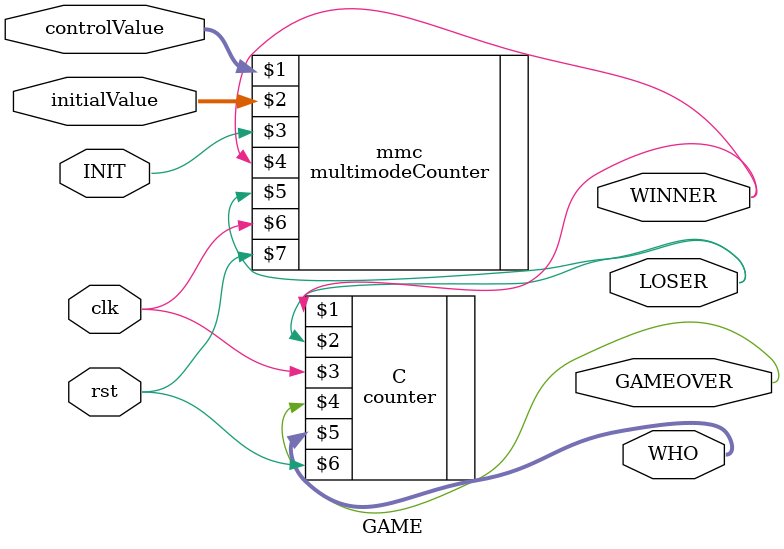
<source format=sv>
`include "MultimodeCounter.sv"
`include "Counter.sv"

/*Main Game Module
**calls multimodeCounter and counter modules
*/
module GAME#(parameter mmcINPUT = 4,parameter TARGET=15)(controlValue,initialValue,INIT,WINNER,LOSER,GAMEOVER,WHO,clk,rst);
  input wire INIT,clk;
  input wire [1:0] controlValue;
  input wire [mmcINPUT-1:0] initialValue;
  input wire rst;
  output reg WINNER,LOSER,GAMEOVER;
  output reg [1:0]WHO;
  
  multimodeCounter #(mmcINPUT) mmc(controlValue,initialValue,INIT,WINNER,LOSER,clk,rst);
  counter #(TARGET) C(WINNER,LOSER,clk,GAMEOVER,WHO,rst);
  
endmodule
</source>
